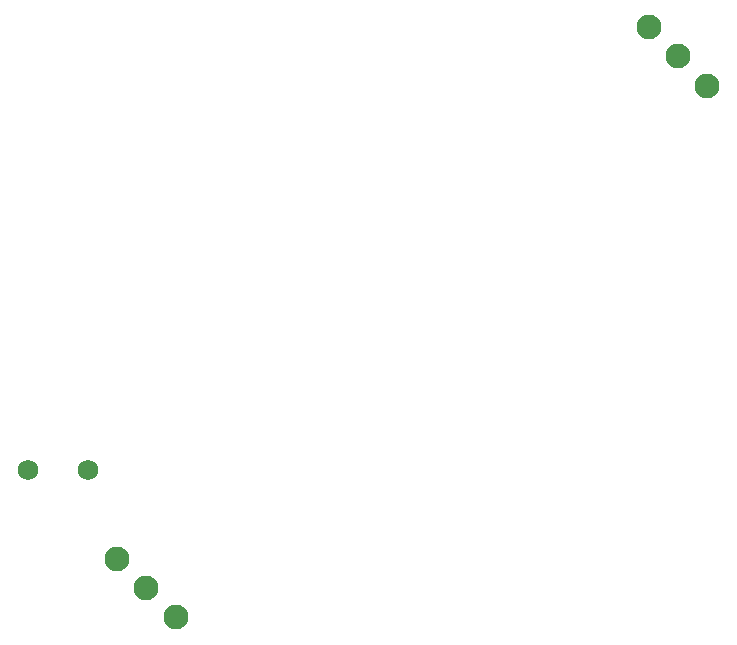
<source format=gbs>
G04 Layer: BottomSolderMaskLayer*
G04 EasyEDA v6.4.25, 2022-01-30T22:18:30+11:00*
G04 a67cddfb3fce44daa9051d46cbbcc19f,10*
G04 Gerber Generator version 0.2*
G04 Scale: 100 percent, Rotated: No, Reflected: No *
G04 Dimensions in millimeters *
G04 leading zeros omitted , absolute positions ,4 integer and 5 decimal *
%FSLAX45Y45*%
%MOMM*%

%ADD21C,1.7272*%
%ADD22C,2.1016*%

%LPD*%
D21*
G01*
X996010Y2999994D03*
G01*
X1504010Y2999994D03*
D22*
G01*
X2247493Y1752498D03*
G01*
X2000021Y1999995D03*
G01*
X1752523Y2247493D03*
G01*
X6252641Y6747611D03*
G01*
X6500113Y6500113D03*
G01*
X6747611Y6252616D03*
M02*

</source>
